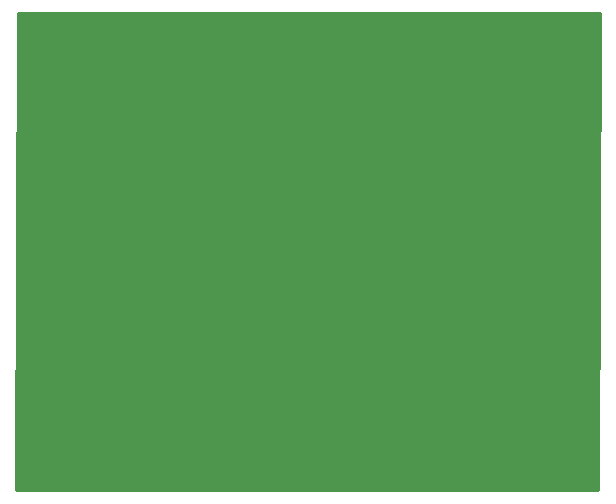
<source format=gm1>
G04 #@! TF.FileFunction,Profile,NP*
%FSLAX46Y46*%
G04 Gerber Fmt 4.6, Leading zero omitted, Abs format (unit mm)*
G04 Created by KiCad (PCBNEW 4.0.7) date 11/06/17 18:42:07*
%MOMM*%
%LPD*%
G01*
G04 APERTURE LIST*
%ADD10C,0.100000*%
%ADD11C,0.254000*%
G04 APERTURE END LIST*
D10*
D11*
G36*
X83693397Y-170688000D02*
X34417397Y-170688000D01*
X34543603Y-130302000D01*
X83819603Y-130302000D01*
X83693397Y-170688000D01*
X83693397Y-170688000D01*
G37*
X83693397Y-170688000D02*
X34417397Y-170688000D01*
X34543603Y-130302000D01*
X83819603Y-130302000D01*
X83693397Y-170688000D01*
M02*

</source>
